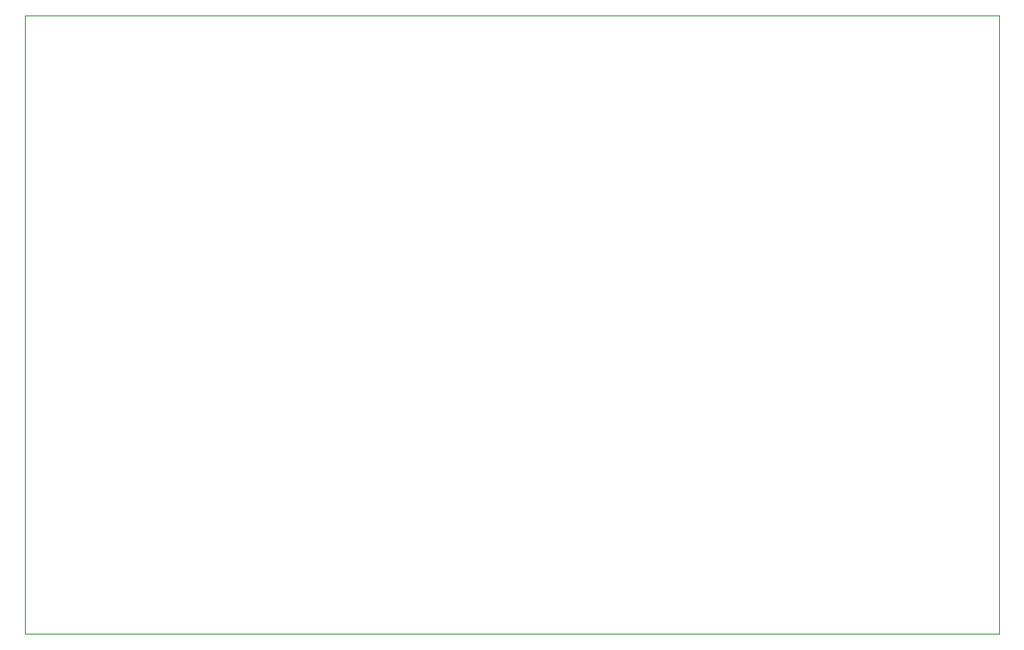
<source format=gm1>
G04 #@! TF.GenerationSoftware,KiCad,Pcbnew,(6.0.2)*
G04 #@! TF.CreationDate,2023-09-30T20:52:37-07:00*
G04 #@! TF.ProjectId,comscicalc_compute,636f6d73-6369-4636-916c-635f636f6d70,rev?*
G04 #@! TF.SameCoordinates,Original*
G04 #@! TF.FileFunction,Profile,NP*
%FSLAX46Y46*%
G04 Gerber Fmt 4.6, Leading zero omitted, Abs format (unit mm)*
G04 Created by KiCad (PCBNEW (6.0.2)) date 2023-09-30 20:52:37*
%MOMM*%
%LPD*%
G01*
G04 APERTURE LIST*
G04 #@! TA.AperFunction,Profile*
%ADD10C,0.100000*%
G04 #@! TD*
G04 APERTURE END LIST*
D10*
X103124000Y-33020000D02*
X147066000Y-33020000D01*
X103124000Y-93980000D02*
X103124000Y-33020000D01*
X199136000Y-33020000D02*
X199136000Y-93980000D01*
X177546000Y-33020000D02*
X199136000Y-33020000D01*
X186182000Y-93980000D02*
X103124000Y-93980000D01*
X147066000Y-33020000D02*
X160274000Y-33020000D01*
X199136000Y-93980000D02*
X186182000Y-93980000D01*
X160274000Y-33020000D02*
X177546000Y-33020000D01*
M02*

</source>
